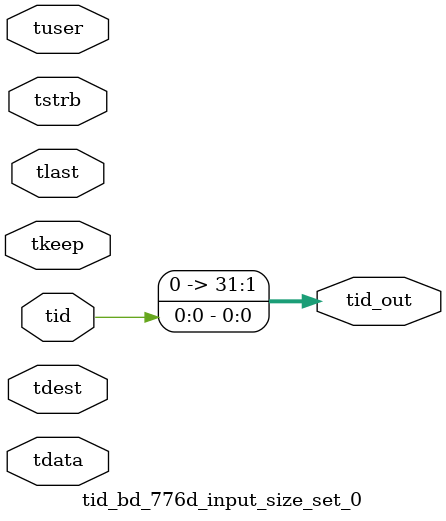
<source format=v>


`timescale 1ps/1ps

module tid_bd_776d_input_size_set_0 #
(
parameter C_S_AXIS_TID_WIDTH   = 1,
parameter C_S_AXIS_TUSER_WIDTH = 0,
parameter C_S_AXIS_TDATA_WIDTH = 0,
parameter C_S_AXIS_TDEST_WIDTH = 0,
parameter C_M_AXIS_TID_WIDTH   = 32
)
(
input  [(C_S_AXIS_TID_WIDTH   == 0 ? 1 : C_S_AXIS_TID_WIDTH)-1:0       ] tid,
input  [(C_S_AXIS_TDATA_WIDTH == 0 ? 1 : C_S_AXIS_TDATA_WIDTH)-1:0     ] tdata,
input  [(C_S_AXIS_TUSER_WIDTH == 0 ? 1 : C_S_AXIS_TUSER_WIDTH)-1:0     ] tuser,
input  [(C_S_AXIS_TDEST_WIDTH == 0 ? 1 : C_S_AXIS_TDEST_WIDTH)-1:0     ] tdest,
input  [(C_S_AXIS_TDATA_WIDTH/8)-1:0 ] tkeep,
input  [(C_S_AXIS_TDATA_WIDTH/8)-1:0 ] tstrb,
input                                                                    tlast,
output [(C_M_AXIS_TID_WIDTH   == 0 ? 1 : C_M_AXIS_TID_WIDTH)-1:0       ] tid_out
);

assign tid_out = {tid[0:0]};

endmodule


</source>
